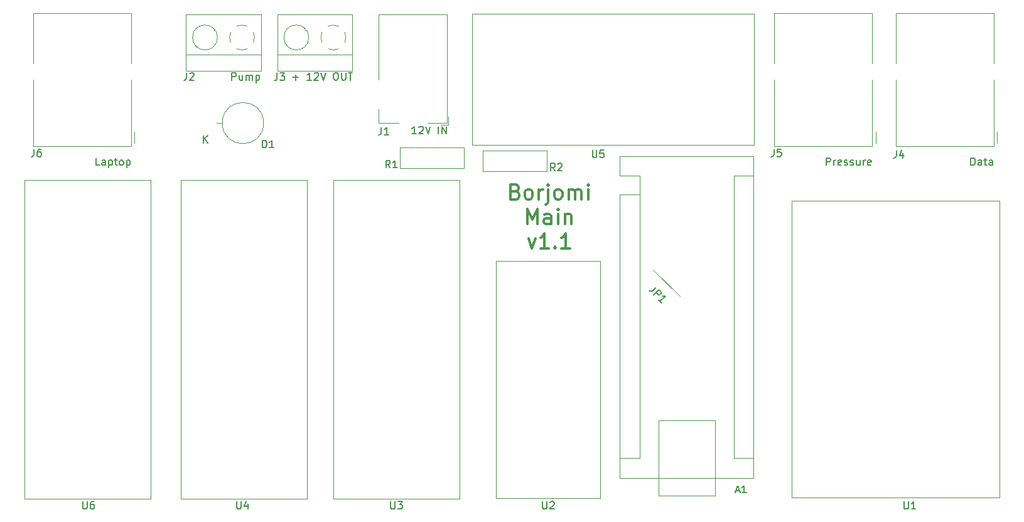
<source format=gto>
G04 #@! TF.GenerationSoftware,KiCad,Pcbnew,5.1.6-c6e7f7d~87~ubuntu18.04.1*
G04 #@! TF.CreationDate,2020-08-29T16:42:25+03:00*
G04 #@! TF.ProjectId,Borjomi-Main,426f726a-6f6d-4692-9d4d-61696e2e6b69,rev?*
G04 #@! TF.SameCoordinates,Original*
G04 #@! TF.FileFunction,Legend,Top*
G04 #@! TF.FilePolarity,Positive*
%FSLAX46Y46*%
G04 Gerber Fmt 4.6, Leading zero omitted, Abs format (unit mm)*
G04 Created by KiCad (PCBNEW 5.1.6-c6e7f7d~87~ubuntu18.04.1) date 2020-08-29 16:42:25*
%MOMM*%
%LPD*%
G01*
G04 APERTURE LIST*
%ADD10C,0.150000*%
%ADD11C,0.300000*%
%ADD12C,0.120000*%
%ADD13C,0.100000*%
G04 APERTURE END LIST*
D10*
X102222205Y-95346400D02*
X101746015Y-95346400D01*
X101746015Y-94346400D01*
X102984110Y-95346400D02*
X102984110Y-94822591D01*
X102936491Y-94727353D01*
X102841253Y-94679734D01*
X102650777Y-94679734D01*
X102555539Y-94727353D01*
X102984110Y-95298781D02*
X102888872Y-95346400D01*
X102650777Y-95346400D01*
X102555539Y-95298781D01*
X102507920Y-95203543D01*
X102507920Y-95108305D01*
X102555539Y-95013067D01*
X102650777Y-94965448D01*
X102888872Y-94965448D01*
X102984110Y-94917829D01*
X103460300Y-94679734D02*
X103460300Y-95679734D01*
X103460300Y-94727353D02*
X103555539Y-94679734D01*
X103746015Y-94679734D01*
X103841253Y-94727353D01*
X103888872Y-94774972D01*
X103936491Y-94870210D01*
X103936491Y-95155924D01*
X103888872Y-95251162D01*
X103841253Y-95298781D01*
X103746015Y-95346400D01*
X103555539Y-95346400D01*
X103460300Y-95298781D01*
X104222205Y-94679734D02*
X104603158Y-94679734D01*
X104365062Y-94346400D02*
X104365062Y-95203543D01*
X104412681Y-95298781D01*
X104507920Y-95346400D01*
X104603158Y-95346400D01*
X105079348Y-95346400D02*
X104984110Y-95298781D01*
X104936491Y-95251162D01*
X104888872Y-95155924D01*
X104888872Y-94870210D01*
X104936491Y-94774972D01*
X104984110Y-94727353D01*
X105079348Y-94679734D01*
X105222205Y-94679734D01*
X105317443Y-94727353D01*
X105365062Y-94774972D01*
X105412681Y-94870210D01*
X105412681Y-95155924D01*
X105365062Y-95251162D01*
X105317443Y-95298781D01*
X105222205Y-95346400D01*
X105079348Y-95346400D01*
X105841253Y-94679734D02*
X105841253Y-95679734D01*
X105841253Y-94727353D02*
X105936491Y-94679734D01*
X106126967Y-94679734D01*
X106222205Y-94727353D01*
X106269824Y-94774972D01*
X106317443Y-94870210D01*
X106317443Y-95155924D01*
X106269824Y-95251162D01*
X106222205Y-95298781D01*
X106126967Y-95346400D01*
X105936491Y-95346400D01*
X105841253Y-95298781D01*
D11*
X158311151Y-98903902D02*
X158596865Y-98999140D01*
X158692103Y-99094379D01*
X158787341Y-99284855D01*
X158787341Y-99570569D01*
X158692103Y-99761045D01*
X158596865Y-99856283D01*
X158406389Y-99951521D01*
X157644484Y-99951521D01*
X157644484Y-97951521D01*
X158311151Y-97951521D01*
X158501627Y-98046760D01*
X158596865Y-98141998D01*
X158692103Y-98332474D01*
X158692103Y-98522950D01*
X158596865Y-98713426D01*
X158501627Y-98808664D01*
X158311151Y-98903902D01*
X157644484Y-98903902D01*
X159930199Y-99951521D02*
X159739722Y-99856283D01*
X159644484Y-99761045D01*
X159549246Y-99570569D01*
X159549246Y-98999140D01*
X159644484Y-98808664D01*
X159739722Y-98713426D01*
X159930199Y-98618188D01*
X160215913Y-98618188D01*
X160406389Y-98713426D01*
X160501627Y-98808664D01*
X160596865Y-98999140D01*
X160596865Y-99570569D01*
X160501627Y-99761045D01*
X160406389Y-99856283D01*
X160215913Y-99951521D01*
X159930199Y-99951521D01*
X161454008Y-99951521D02*
X161454008Y-98618188D01*
X161454008Y-98999140D02*
X161549246Y-98808664D01*
X161644484Y-98713426D01*
X161834960Y-98618188D01*
X162025437Y-98618188D01*
X162692103Y-98618188D02*
X162692103Y-100332474D01*
X162596865Y-100522950D01*
X162406389Y-100618188D01*
X162311151Y-100618188D01*
X162692103Y-97951521D02*
X162596865Y-98046760D01*
X162692103Y-98141998D01*
X162787341Y-98046760D01*
X162692103Y-97951521D01*
X162692103Y-98141998D01*
X163930199Y-99951521D02*
X163739722Y-99856283D01*
X163644484Y-99761045D01*
X163549246Y-99570569D01*
X163549246Y-98999140D01*
X163644484Y-98808664D01*
X163739722Y-98713426D01*
X163930199Y-98618188D01*
X164215913Y-98618188D01*
X164406389Y-98713426D01*
X164501627Y-98808664D01*
X164596865Y-98999140D01*
X164596865Y-99570569D01*
X164501627Y-99761045D01*
X164406389Y-99856283D01*
X164215913Y-99951521D01*
X163930199Y-99951521D01*
X165454008Y-99951521D02*
X165454008Y-98618188D01*
X165454008Y-98808664D02*
X165549246Y-98713426D01*
X165739722Y-98618188D01*
X166025437Y-98618188D01*
X166215913Y-98713426D01*
X166311151Y-98903902D01*
X166311151Y-99951521D01*
X166311151Y-98903902D02*
X166406389Y-98713426D01*
X166596865Y-98618188D01*
X166882580Y-98618188D01*
X167073056Y-98713426D01*
X167168294Y-98903902D01*
X167168294Y-99951521D01*
X168120675Y-99951521D02*
X168120675Y-98618188D01*
X168120675Y-97951521D02*
X168025437Y-98046760D01*
X168120675Y-98141998D01*
X168215913Y-98046760D01*
X168120675Y-97951521D01*
X168120675Y-98141998D01*
X159930199Y-103251521D02*
X159930199Y-101251521D01*
X160596865Y-102680093D01*
X161263532Y-101251521D01*
X161263532Y-103251521D01*
X163073056Y-103251521D02*
X163073056Y-102203902D01*
X162977818Y-102013426D01*
X162787341Y-101918188D01*
X162406389Y-101918188D01*
X162215913Y-102013426D01*
X163073056Y-103156283D02*
X162882580Y-103251521D01*
X162406389Y-103251521D01*
X162215913Y-103156283D01*
X162120675Y-102965807D01*
X162120675Y-102775331D01*
X162215913Y-102584855D01*
X162406389Y-102489617D01*
X162882580Y-102489617D01*
X163073056Y-102394379D01*
X164025437Y-103251521D02*
X164025437Y-101918188D01*
X164025437Y-101251521D02*
X163930199Y-101346760D01*
X164025437Y-101441998D01*
X164120675Y-101346760D01*
X164025437Y-101251521D01*
X164025437Y-101441998D01*
X164977818Y-101918188D02*
X164977818Y-103251521D01*
X164977818Y-102108664D02*
X165073056Y-102013426D01*
X165263532Y-101918188D01*
X165549246Y-101918188D01*
X165739722Y-102013426D01*
X165834960Y-102203902D01*
X165834960Y-103251521D01*
X160025437Y-105218188D02*
X160501627Y-106551521D01*
X160977818Y-105218188D01*
X162787341Y-106551521D02*
X161644484Y-106551521D01*
X162215913Y-106551521D02*
X162215913Y-104551521D01*
X162025437Y-104837236D01*
X161834960Y-105027712D01*
X161644484Y-105122950D01*
X163644484Y-106361045D02*
X163739722Y-106456283D01*
X163644484Y-106551521D01*
X163549246Y-106456283D01*
X163644484Y-106361045D01*
X163644484Y-106551521D01*
X165644484Y-106551521D02*
X164501627Y-106551521D01*
X165073056Y-106551521D02*
X165073056Y-104551521D01*
X164882580Y-104837236D01*
X164692103Y-105027712D01*
X164501627Y-105122950D01*
D10*
X219700339Y-95346400D02*
X219700339Y-94346400D01*
X219938434Y-94346400D01*
X220081291Y-94394020D01*
X220176529Y-94489258D01*
X220224148Y-94584496D01*
X220271767Y-94774972D01*
X220271767Y-94917829D01*
X220224148Y-95108305D01*
X220176529Y-95203543D01*
X220081291Y-95298781D01*
X219938434Y-95346400D01*
X219700339Y-95346400D01*
X221128910Y-95346400D02*
X221128910Y-94822591D01*
X221081291Y-94727353D01*
X220986053Y-94679734D01*
X220795577Y-94679734D01*
X220700339Y-94727353D01*
X221128910Y-95298781D02*
X221033672Y-95346400D01*
X220795577Y-95346400D01*
X220700339Y-95298781D01*
X220652720Y-95203543D01*
X220652720Y-95108305D01*
X220700339Y-95013067D01*
X220795577Y-94965448D01*
X221033672Y-94965448D01*
X221128910Y-94917829D01*
X221462243Y-94679734D02*
X221843196Y-94679734D01*
X221605100Y-94346400D02*
X221605100Y-95203543D01*
X221652720Y-95298781D01*
X221747958Y-95346400D01*
X221843196Y-95346400D01*
X222605100Y-95346400D02*
X222605100Y-94822591D01*
X222557481Y-94727353D01*
X222462243Y-94679734D01*
X222271767Y-94679734D01*
X222176529Y-94727353D01*
X222605100Y-95298781D02*
X222509862Y-95346400D01*
X222271767Y-95346400D01*
X222176529Y-95298781D01*
X222128910Y-95203543D01*
X222128910Y-95108305D01*
X222176529Y-95013067D01*
X222271767Y-94965448D01*
X222509862Y-94965448D01*
X222605100Y-94917829D01*
X200200000Y-95346400D02*
X200200000Y-94346400D01*
X200580952Y-94346400D01*
X200676190Y-94394020D01*
X200723809Y-94441639D01*
X200771428Y-94536877D01*
X200771428Y-94679734D01*
X200723809Y-94774972D01*
X200676190Y-94822591D01*
X200580952Y-94870210D01*
X200200000Y-94870210D01*
X201200000Y-95346400D02*
X201200000Y-94679734D01*
X201200000Y-94870210D02*
X201247619Y-94774972D01*
X201295238Y-94727353D01*
X201390476Y-94679734D01*
X201485714Y-94679734D01*
X202200000Y-95298781D02*
X202104761Y-95346400D01*
X201914285Y-95346400D01*
X201819047Y-95298781D01*
X201771428Y-95203543D01*
X201771428Y-94822591D01*
X201819047Y-94727353D01*
X201914285Y-94679734D01*
X202104761Y-94679734D01*
X202200000Y-94727353D01*
X202247619Y-94822591D01*
X202247619Y-94917829D01*
X201771428Y-95013067D01*
X202628571Y-95298781D02*
X202723809Y-95346400D01*
X202914285Y-95346400D01*
X203009523Y-95298781D01*
X203057142Y-95203543D01*
X203057142Y-95155924D01*
X203009523Y-95060686D01*
X202914285Y-95013067D01*
X202771428Y-95013067D01*
X202676190Y-94965448D01*
X202628571Y-94870210D01*
X202628571Y-94822591D01*
X202676190Y-94727353D01*
X202771428Y-94679734D01*
X202914285Y-94679734D01*
X203009523Y-94727353D01*
X203438095Y-95298781D02*
X203533333Y-95346400D01*
X203723809Y-95346400D01*
X203819047Y-95298781D01*
X203866666Y-95203543D01*
X203866666Y-95155924D01*
X203819047Y-95060686D01*
X203723809Y-95013067D01*
X203580952Y-95013067D01*
X203485714Y-94965448D01*
X203438095Y-94870210D01*
X203438095Y-94822591D01*
X203485714Y-94727353D01*
X203580952Y-94679734D01*
X203723809Y-94679734D01*
X203819047Y-94727353D01*
X204723809Y-94679734D02*
X204723809Y-95346400D01*
X204295238Y-94679734D02*
X204295238Y-95203543D01*
X204342857Y-95298781D01*
X204438095Y-95346400D01*
X204580952Y-95346400D01*
X204676190Y-95298781D01*
X204723809Y-95251162D01*
X205200000Y-95346400D02*
X205200000Y-94679734D01*
X205200000Y-94870210D02*
X205247619Y-94774972D01*
X205295238Y-94727353D01*
X205390476Y-94679734D01*
X205485714Y-94679734D01*
X206200000Y-95298781D02*
X206104761Y-95346400D01*
X205914285Y-95346400D01*
X205819047Y-95298781D01*
X205771428Y-95203543D01*
X205771428Y-94822591D01*
X205819047Y-94727353D01*
X205914285Y-94679734D01*
X206104761Y-94679734D01*
X206200000Y-94727353D01*
X206247619Y-94822591D01*
X206247619Y-94917829D01*
X205771428Y-95013067D01*
X144905315Y-91122760D02*
X144333886Y-91122760D01*
X144619600Y-91122760D02*
X144619600Y-90122760D01*
X144524362Y-90265618D01*
X144429124Y-90360856D01*
X144333886Y-90408475D01*
X145286267Y-90217999D02*
X145333886Y-90170380D01*
X145429124Y-90122760D01*
X145667220Y-90122760D01*
X145762458Y-90170380D01*
X145810077Y-90217999D01*
X145857696Y-90313237D01*
X145857696Y-90408475D01*
X145810077Y-90551332D01*
X145238648Y-91122760D01*
X145857696Y-91122760D01*
X146143410Y-90122760D02*
X146476743Y-91122760D01*
X146810077Y-90122760D01*
X147905315Y-91122760D02*
X147905315Y-90122760D01*
X148381505Y-91122760D02*
X148381505Y-90122760D01*
X148952934Y-91122760D01*
X148952934Y-90122760D01*
X128254619Y-83474868D02*
X129016523Y-83474868D01*
X128635571Y-83855820D02*
X128635571Y-83093916D01*
X130778428Y-83855820D02*
X130207000Y-83855820D01*
X130492714Y-83855820D02*
X130492714Y-82855820D01*
X130397476Y-82998678D01*
X130302238Y-83093916D01*
X130207000Y-83141535D01*
X131159380Y-82951059D02*
X131207000Y-82903440D01*
X131302238Y-82855820D01*
X131540333Y-82855820D01*
X131635571Y-82903440D01*
X131683190Y-82951059D01*
X131730809Y-83046297D01*
X131730809Y-83141535D01*
X131683190Y-83284392D01*
X131111761Y-83855820D01*
X131730809Y-83855820D01*
X132016523Y-82855820D02*
X132349857Y-83855820D01*
X132683190Y-82855820D01*
X133968904Y-82855820D02*
X134159380Y-82855820D01*
X134254619Y-82903440D01*
X134349857Y-82998678D01*
X134397476Y-83189154D01*
X134397476Y-83522487D01*
X134349857Y-83712963D01*
X134254619Y-83808201D01*
X134159380Y-83855820D01*
X133968904Y-83855820D01*
X133873666Y-83808201D01*
X133778428Y-83712963D01*
X133730809Y-83522487D01*
X133730809Y-83189154D01*
X133778428Y-82998678D01*
X133873666Y-82903440D01*
X133968904Y-82855820D01*
X134826047Y-82855820D02*
X134826047Y-83665344D01*
X134873666Y-83760582D01*
X134921285Y-83808201D01*
X135016523Y-83855820D01*
X135207000Y-83855820D01*
X135302238Y-83808201D01*
X135349857Y-83760582D01*
X135397476Y-83665344D01*
X135397476Y-82855820D01*
X135730809Y-82855820D02*
X136302238Y-82855820D01*
X136016523Y-83855820D02*
X136016523Y-82855820D01*
X120051106Y-83853280D02*
X120051106Y-82853280D01*
X120432059Y-82853280D01*
X120527297Y-82900900D01*
X120574916Y-82948519D01*
X120622535Y-83043757D01*
X120622535Y-83186614D01*
X120574916Y-83281852D01*
X120527297Y-83329471D01*
X120432059Y-83377090D01*
X120051106Y-83377090D01*
X121479678Y-83186614D02*
X121479678Y-83853280D01*
X121051106Y-83186614D02*
X121051106Y-83710423D01*
X121098725Y-83805661D01*
X121193963Y-83853280D01*
X121336820Y-83853280D01*
X121432059Y-83805661D01*
X121479678Y-83758042D01*
X121955868Y-83853280D02*
X121955868Y-83186614D01*
X121955868Y-83281852D02*
X122003487Y-83234233D01*
X122098725Y-83186614D01*
X122241582Y-83186614D01*
X122336820Y-83234233D01*
X122384440Y-83329471D01*
X122384440Y-83853280D01*
X122384440Y-83329471D02*
X122432059Y-83234233D01*
X122527297Y-83186614D01*
X122670154Y-83186614D01*
X122765392Y-83234233D01*
X122813011Y-83329471D01*
X122813011Y-83853280D01*
X123289201Y-83186614D02*
X123289201Y-84186614D01*
X123289201Y-83234233D02*
X123384440Y-83186614D01*
X123574916Y-83186614D01*
X123670154Y-83234233D01*
X123717773Y-83281852D01*
X123765392Y-83377090D01*
X123765392Y-83662804D01*
X123717773Y-83758042D01*
X123670154Y-83805661D01*
X123574916Y-83853280D01*
X123384440Y-83853280D01*
X123289201Y-83805661D01*
D12*
X180444682Y-113045782D02*
X176852580Y-109453680D01*
D13*
X177546000Y-129794000D02*
X185166000Y-129794000D01*
X185166000Y-129794000D02*
X185166000Y-139954000D01*
X185166000Y-139954000D02*
X177546000Y-139954000D01*
X177546000Y-139954000D02*
X177546000Y-129794000D01*
D12*
X190376000Y-94104000D02*
X172336000Y-94104000D01*
X190376000Y-137544000D02*
X190376000Y-94104000D01*
X172336000Y-137544000D02*
X190376000Y-137544000D01*
X175006000Y-134874000D02*
X172336000Y-134874000D01*
X175006000Y-99314000D02*
X175006000Y-134874000D01*
X175006000Y-99314000D02*
X172336000Y-99314000D01*
X187706000Y-134874000D02*
X190376000Y-134874000D01*
X187706000Y-96774000D02*
X187706000Y-134874000D01*
X187706000Y-96774000D02*
X190376000Y-96774000D01*
X172336000Y-94104000D02*
X172336000Y-96774000D01*
X172336000Y-99314000D02*
X172336000Y-137544000D01*
X175006000Y-96774000D02*
X172336000Y-96774000D01*
X175006000Y-99314000D02*
X175006000Y-96774000D01*
X106908940Y-90805000D02*
X106908940Y-92335000D01*
X106438940Y-83785000D02*
X106438940Y-92805000D01*
D13*
X106438940Y-83855000D02*
X106438940Y-83785000D01*
D12*
X106438940Y-74805000D02*
X106438940Y-81585000D01*
X93238940Y-74805000D02*
X106438940Y-74805000D01*
D13*
X93238940Y-74815000D02*
X93238940Y-74805000D01*
D12*
X93238940Y-74805000D02*
X93238940Y-81585000D01*
D13*
X93238940Y-74925000D02*
X93238940Y-74805000D01*
D12*
X93238940Y-92805000D02*
X93238940Y-83785000D01*
X106438940Y-92805000D02*
X93238940Y-92805000D01*
D13*
X92111940Y-140361840D02*
X92111940Y-97361840D01*
X92111940Y-97361840D02*
X109111940Y-97361840D01*
X109111940Y-140361840D02*
X109111940Y-97361840D01*
X92111940Y-140361840D02*
X109111940Y-140361840D01*
D12*
X148182020Y-89885700D02*
X149232020Y-89885700D01*
X149232020Y-88835700D02*
X149232020Y-89885700D01*
X139832020Y-83785700D02*
X139832020Y-74985700D01*
X139832020Y-74985700D02*
X149032020Y-74985700D01*
X142532020Y-89685700D02*
X139832020Y-89685700D01*
X139832020Y-89685700D02*
X139832020Y-87785700D01*
X149032020Y-74985700D02*
X149032020Y-89685700D01*
X149032020Y-89685700D02*
X146432020Y-89685700D01*
X118754000Y-89662000D02*
X117959000Y-89662000D01*
X124324000Y-89662000D02*
G75*
G03*
X124324000Y-89662000I-2785000J0D01*
G01*
X117639000Y-77082000D02*
X117686000Y-77036000D01*
X115342000Y-79380000D02*
X115377000Y-79344000D01*
X117446000Y-76866000D02*
X117481000Y-76831000D01*
X115137000Y-79174000D02*
X115184000Y-79128000D01*
X113852000Y-82605000D02*
X113852000Y-75005000D01*
X123972000Y-82605000D02*
X123972000Y-75005000D01*
X123972000Y-82605000D02*
X113852000Y-82605000D01*
X123972000Y-80406000D02*
X113852000Y-80406000D01*
X123972000Y-75005000D02*
X113852000Y-75005000D01*
X118092000Y-78105000D02*
G75*
G03*
X118092000Y-78105000I-1680000J0D01*
G01*
X120728682Y-76570244D02*
G75*
G02*
X121412000Y-76425000I683318J-1534756D01*
G01*
X119876574Y-78788042D02*
G75*
G02*
X119877000Y-77421000I1535426J683042D01*
G01*
X122095042Y-79640426D02*
G75*
G02*
X120728000Y-79640000I-683042J1535426D01*
G01*
X122947426Y-77421958D02*
G75*
G02*
X122947000Y-78789000I-1535426J-683042D01*
G01*
X121383195Y-76424747D02*
G75*
G02*
X122096000Y-76570000I28805J-1680253D01*
G01*
X130411000Y-78105000D02*
G75*
G03*
X130411000Y-78105000I-1680000J0D01*
G01*
X136291000Y-75005000D02*
X126171000Y-75005000D01*
X136291000Y-80406000D02*
X126171000Y-80406000D01*
X136291000Y-82605000D02*
X126171000Y-82605000D01*
X136291000Y-82605000D02*
X136291000Y-75005000D01*
X126171000Y-82605000D02*
X126171000Y-75005000D01*
X127456000Y-79174000D02*
X127503000Y-79128000D01*
X129765000Y-76866000D02*
X129800000Y-76831000D01*
X127661000Y-79380000D02*
X127696000Y-79344000D01*
X129958000Y-77082000D02*
X130005000Y-77036000D01*
X133702195Y-76424747D02*
G75*
G02*
X134415000Y-76570000I28805J-1680253D01*
G01*
X135266426Y-77421958D02*
G75*
G02*
X135266000Y-78789000I-1535426J-683042D01*
G01*
X134414042Y-79640426D02*
G75*
G02*
X133047000Y-79640000I-683042J1535426D01*
G01*
X132195574Y-78788042D02*
G75*
G02*
X132196000Y-77421000I1535426J683042D01*
G01*
X133047682Y-76570244D02*
G75*
G02*
X133731000Y-76425000I683318J-1534756D01*
G01*
X222759000Y-92805000D02*
X209559000Y-92805000D01*
X209559000Y-92805000D02*
X209559000Y-83785000D01*
D13*
X209559000Y-74925000D02*
X209559000Y-74805000D01*
D12*
X209559000Y-74805000D02*
X209559000Y-81585000D01*
D13*
X209559000Y-74815000D02*
X209559000Y-74805000D01*
D12*
X209559000Y-74805000D02*
X222759000Y-74805000D01*
X222759000Y-74805000D02*
X222759000Y-81585000D01*
D13*
X222759000Y-83855000D02*
X222759000Y-83785000D01*
D12*
X222759000Y-83785000D02*
X222759000Y-92805000D01*
X223229000Y-90805000D02*
X223229000Y-92335000D01*
X206846000Y-90805000D02*
X206846000Y-92335000D01*
X206376000Y-83785000D02*
X206376000Y-92805000D01*
D13*
X206376000Y-83855000D02*
X206376000Y-83785000D01*
D12*
X206376000Y-74805000D02*
X206376000Y-81585000D01*
X193176000Y-74805000D02*
X206376000Y-74805000D01*
D13*
X193176000Y-74815000D02*
X193176000Y-74805000D01*
D12*
X193176000Y-74805000D02*
X193176000Y-81585000D01*
D13*
X193176000Y-74925000D02*
X193176000Y-74805000D01*
D12*
X193176000Y-92805000D02*
X193176000Y-83785000D01*
X206376000Y-92805000D02*
X193176000Y-92805000D01*
X151342980Y-95761160D02*
X142722980Y-95761160D01*
X151342980Y-92981160D02*
X142722980Y-92981160D01*
X151342980Y-95761160D02*
X151342980Y-92981160D01*
X142722980Y-95761160D02*
X142722980Y-92981160D01*
X153914220Y-96185340D02*
X153914220Y-93405340D01*
X162534220Y-96185340D02*
X162534220Y-93405340D01*
X162534220Y-93405340D02*
X153914220Y-93405340D01*
X162534220Y-96185340D02*
X153914220Y-96185340D01*
X195550000Y-140176000D02*
X223550000Y-140176000D01*
X195550000Y-140176000D02*
X195550000Y-100176000D01*
X195550000Y-100176000D02*
X223550000Y-100176000D01*
X223550000Y-140176000D02*
X223550000Y-100176000D01*
X155687000Y-108287000D02*
X169687000Y-108287000D01*
X169687000Y-140287000D02*
X155687000Y-140287000D01*
X169687000Y-140287000D02*
X169687000Y-108287000D01*
X155687000Y-140287000D02*
X155687000Y-108287000D01*
D13*
X133740000Y-140372000D02*
X150740000Y-140372000D01*
X150740000Y-140372000D02*
X150740000Y-97372000D01*
X133740000Y-97372000D02*
X150740000Y-97372000D01*
X133740000Y-140372000D02*
X133740000Y-97372000D01*
X113166000Y-140372000D02*
X113166000Y-97372000D01*
X113166000Y-97372000D02*
X130166000Y-97372000D01*
X130166000Y-140372000D02*
X130166000Y-97372000D01*
X113166000Y-140372000D02*
X130166000Y-140372000D01*
D12*
X152468000Y-92583000D02*
X152468000Y-74913000D01*
X190468000Y-92583000D02*
X190468000Y-74913000D01*
X190468000Y-74913000D02*
X152468000Y-74913000D01*
X190468000Y-92583000D02*
X152468000Y-92583000D01*
D10*
X177286945Y-111800601D02*
X176781869Y-112305677D01*
X176647182Y-112373020D01*
X176512495Y-112373020D01*
X176377808Y-112305677D01*
X176310464Y-112238333D01*
X176916556Y-112844425D02*
X177623663Y-112137318D01*
X177893037Y-112406692D01*
X177926708Y-112507707D01*
X177926708Y-112575051D01*
X177893037Y-112676066D01*
X177792021Y-112777081D01*
X177691006Y-112810753D01*
X177623663Y-112810753D01*
X177522647Y-112777082D01*
X177253273Y-112507707D01*
X177994052Y-113921921D02*
X177589991Y-113517860D01*
X177792021Y-113719891D02*
X178499128Y-113012784D01*
X178330769Y-113046456D01*
X178196082Y-113046456D01*
X178095067Y-113012784D01*
X187997554Y-139264686D02*
X188473744Y-139264686D01*
X187902316Y-139550400D02*
X188235649Y-138550400D01*
X188568982Y-139550400D01*
X189426125Y-139550400D02*
X188854697Y-139550400D01*
X189140411Y-139550400D02*
X189140411Y-138550400D01*
X189045173Y-138693258D01*
X188949935Y-138788496D01*
X188854697Y-138836115D01*
X93345606Y-93187380D02*
X93345606Y-93901666D01*
X93297987Y-94044523D01*
X93202749Y-94139761D01*
X93059892Y-94187380D01*
X92964654Y-94187380D01*
X94250368Y-93187380D02*
X94059892Y-93187380D01*
X93964654Y-93235000D01*
X93917035Y-93282619D01*
X93821797Y-93425476D01*
X93774178Y-93615952D01*
X93774178Y-93996904D01*
X93821797Y-94092142D01*
X93869416Y-94139761D01*
X93964654Y-94187380D01*
X94155130Y-94187380D01*
X94250368Y-94139761D01*
X94297987Y-94092142D01*
X94345606Y-93996904D01*
X94345606Y-93758809D01*
X94297987Y-93663571D01*
X94250368Y-93615952D01*
X94155130Y-93568333D01*
X93964654Y-93568333D01*
X93869416Y-93615952D01*
X93821797Y-93663571D01*
X93774178Y-93758809D01*
X99928775Y-140729720D02*
X99928775Y-141539244D01*
X99976394Y-141634482D01*
X100024013Y-141682101D01*
X100119251Y-141729720D01*
X100309727Y-141729720D01*
X100404965Y-141682101D01*
X100452584Y-141634482D01*
X100500203Y-141539244D01*
X100500203Y-140729720D01*
X101404965Y-140729720D02*
X101214489Y-140729720D01*
X101119251Y-140777340D01*
X101071632Y-140824959D01*
X100976394Y-140967816D01*
X100928775Y-141158292D01*
X100928775Y-141539244D01*
X100976394Y-141634482D01*
X101024013Y-141682101D01*
X101119251Y-141729720D01*
X101309727Y-141729720D01*
X101404965Y-141682101D01*
X101452584Y-141634482D01*
X101500203Y-141539244D01*
X101500203Y-141301149D01*
X101452584Y-141205911D01*
X101404965Y-141158292D01*
X101309727Y-141110673D01*
X101119251Y-141110673D01*
X101024013Y-141158292D01*
X100976394Y-141205911D01*
X100928775Y-141301149D01*
X140187086Y-90214200D02*
X140187086Y-90928486D01*
X140139467Y-91071343D01*
X140044229Y-91166581D01*
X139901372Y-91214200D01*
X139806134Y-91214200D01*
X141187086Y-91214200D02*
X140615658Y-91214200D01*
X140901372Y-91214200D02*
X140901372Y-90214200D01*
X140806134Y-90357058D01*
X140710896Y-90452296D01*
X140615658Y-90499915D01*
X124166404Y-92987120D02*
X124166404Y-91987120D01*
X124404500Y-91987120D01*
X124547357Y-92034740D01*
X124642595Y-92129978D01*
X124690214Y-92225216D01*
X124737833Y-92415692D01*
X124737833Y-92558549D01*
X124690214Y-92749025D01*
X124642595Y-92844263D01*
X124547357Y-92939501D01*
X124404500Y-92987120D01*
X124166404Y-92987120D01*
X125690214Y-92987120D02*
X125118785Y-92987120D01*
X125404500Y-92987120D02*
X125404500Y-91987120D01*
X125309261Y-92129978D01*
X125214023Y-92225216D01*
X125118785Y-92272835D01*
X116197095Y-92314380D02*
X116197095Y-91314380D01*
X116768523Y-92314380D02*
X116339952Y-91742952D01*
X116768523Y-91314380D02*
X116197095Y-91885809D01*
X113920946Y-82886300D02*
X113920946Y-83600586D01*
X113873327Y-83743443D01*
X113778089Y-83838681D01*
X113635232Y-83886300D01*
X113539994Y-83886300D01*
X114349518Y-82981539D02*
X114397137Y-82933920D01*
X114492375Y-82886300D01*
X114730470Y-82886300D01*
X114825708Y-82933920D01*
X114873327Y-82981539D01*
X114920946Y-83076777D01*
X114920946Y-83172015D01*
X114873327Y-83314872D01*
X114301899Y-83886300D01*
X114920946Y-83886300D01*
X126148506Y-82901540D02*
X126148506Y-83615826D01*
X126100887Y-83758683D01*
X126005649Y-83853921D01*
X125862792Y-83901540D01*
X125767554Y-83901540D01*
X126529459Y-82901540D02*
X127148506Y-82901540D01*
X126815173Y-83282493D01*
X126958030Y-83282493D01*
X127053268Y-83330112D01*
X127100887Y-83377731D01*
X127148506Y-83472969D01*
X127148506Y-83711064D01*
X127100887Y-83806302D01*
X127053268Y-83853921D01*
X126958030Y-83901540D01*
X126672316Y-83901540D01*
X126577078Y-83853921D01*
X126529459Y-83806302D01*
X209648466Y-93346400D02*
X209648466Y-94060686D01*
X209600847Y-94203543D01*
X209505609Y-94298781D01*
X209362752Y-94346400D01*
X209267514Y-94346400D01*
X210553228Y-93679734D02*
X210553228Y-94346400D01*
X210315133Y-93298781D02*
X210077038Y-94013067D01*
X210696085Y-94013067D01*
X193143546Y-93181300D02*
X193143546Y-93895586D01*
X193095927Y-94038443D01*
X193000689Y-94133681D01*
X192857832Y-94181300D01*
X192762594Y-94181300D01*
X194095927Y-93181300D02*
X193619737Y-93181300D01*
X193572118Y-93657491D01*
X193619737Y-93609872D01*
X193714975Y-93562253D01*
X193953070Y-93562253D01*
X194048308Y-93609872D01*
X194095927Y-93657491D01*
X194143546Y-93752729D01*
X194143546Y-93990824D01*
X194095927Y-94086062D01*
X194048308Y-94133681D01*
X193953070Y-94181300D01*
X193714975Y-94181300D01*
X193619737Y-94133681D01*
X193572118Y-94086062D01*
X141390073Y-95699840D02*
X141056740Y-95223650D01*
X140818644Y-95699840D02*
X140818644Y-94699840D01*
X141199597Y-94699840D01*
X141294835Y-94747460D01*
X141342454Y-94795079D01*
X141390073Y-94890317D01*
X141390073Y-95033174D01*
X141342454Y-95128412D01*
X141294835Y-95176031D01*
X141199597Y-95223650D01*
X140818644Y-95223650D01*
X142342454Y-95699840D02*
X141771025Y-95699840D01*
X142056740Y-95699840D02*
X142056740Y-94699840D01*
X141961501Y-94842698D01*
X141866263Y-94937936D01*
X141771025Y-94985555D01*
X163637933Y-96098620D02*
X163304600Y-95622430D01*
X163066504Y-96098620D02*
X163066504Y-95098620D01*
X163447457Y-95098620D01*
X163542695Y-95146240D01*
X163590314Y-95193859D01*
X163637933Y-95289097D01*
X163637933Y-95431954D01*
X163590314Y-95527192D01*
X163542695Y-95574811D01*
X163447457Y-95622430D01*
X163066504Y-95622430D01*
X164018885Y-95193859D02*
X164066504Y-95146240D01*
X164161742Y-95098620D01*
X164399838Y-95098620D01*
X164495076Y-95146240D01*
X164542695Y-95193859D01*
X164590314Y-95289097D01*
X164590314Y-95384335D01*
X164542695Y-95527192D01*
X163971266Y-96098620D01*
X164590314Y-96098620D01*
X210682935Y-140734800D02*
X210682935Y-141544324D01*
X210730554Y-141639562D01*
X210778173Y-141687181D01*
X210873411Y-141734800D01*
X211063887Y-141734800D01*
X211159125Y-141687181D01*
X211206744Y-141639562D01*
X211254363Y-141544324D01*
X211254363Y-140734800D01*
X212254363Y-141734800D02*
X211682935Y-141734800D01*
X211968649Y-141734800D02*
X211968649Y-140734800D01*
X211873411Y-140877658D01*
X211778173Y-140972896D01*
X211682935Y-141020515D01*
X161937795Y-140742420D02*
X161937795Y-141551944D01*
X161985414Y-141647182D01*
X162033033Y-141694801D01*
X162128271Y-141742420D01*
X162318747Y-141742420D01*
X162413985Y-141694801D01*
X162461604Y-141647182D01*
X162509223Y-141551944D01*
X162509223Y-140742420D01*
X162937795Y-140837659D02*
X162985414Y-140790040D01*
X163080652Y-140742420D01*
X163318747Y-140742420D01*
X163413985Y-140790040D01*
X163461604Y-140837659D01*
X163509223Y-140932897D01*
X163509223Y-141028135D01*
X163461604Y-141170992D01*
X162890176Y-141742420D01*
X163509223Y-141742420D01*
X141462855Y-140742420D02*
X141462855Y-141551944D01*
X141510474Y-141647182D01*
X141558093Y-141694801D01*
X141653331Y-141742420D01*
X141843807Y-141742420D01*
X141939045Y-141694801D01*
X141986664Y-141647182D01*
X142034283Y-141551944D01*
X142034283Y-140742420D01*
X142415236Y-140742420D02*
X143034283Y-140742420D01*
X142700950Y-141123373D01*
X142843807Y-141123373D01*
X142939045Y-141170992D01*
X142986664Y-141218611D01*
X143034283Y-141313849D01*
X143034283Y-141551944D01*
X142986664Y-141647182D01*
X142939045Y-141694801D01*
X142843807Y-141742420D01*
X142558093Y-141742420D01*
X142462855Y-141694801D01*
X142415236Y-141647182D01*
X120713595Y-140729720D02*
X120713595Y-141539244D01*
X120761214Y-141634482D01*
X120808833Y-141682101D01*
X120904071Y-141729720D01*
X121094547Y-141729720D01*
X121189785Y-141682101D01*
X121237404Y-141634482D01*
X121285023Y-141539244D01*
X121285023Y-140729720D01*
X122189785Y-141063054D02*
X122189785Y-141729720D01*
X121951690Y-140682101D02*
X121713595Y-141396387D01*
X122332642Y-141396387D01*
X168656095Y-93305380D02*
X168656095Y-94114904D01*
X168703714Y-94210142D01*
X168751333Y-94257761D01*
X168846571Y-94305380D01*
X169037047Y-94305380D01*
X169132285Y-94257761D01*
X169179904Y-94210142D01*
X169227523Y-94114904D01*
X169227523Y-93305380D01*
X170179904Y-93305380D02*
X169703714Y-93305380D01*
X169656095Y-93781571D01*
X169703714Y-93733952D01*
X169798952Y-93686333D01*
X170037047Y-93686333D01*
X170132285Y-93733952D01*
X170179904Y-93781571D01*
X170227523Y-93876809D01*
X170227523Y-94114904D01*
X170179904Y-94210142D01*
X170132285Y-94257761D01*
X170037047Y-94305380D01*
X169798952Y-94305380D01*
X169703714Y-94257761D01*
X169656095Y-94210142D01*
M02*

</source>
